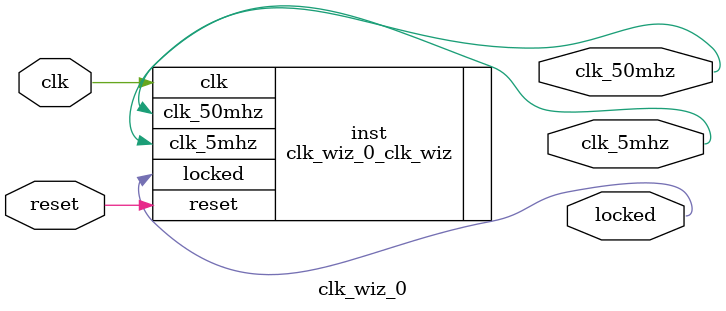
<source format=v>


`timescale 1ps/1ps

(* CORE_GENERATION_INFO = "clk_wiz_0,clk_wiz_v6_0_1_0_0,{component_name=clk_wiz_0,use_phase_alignment=true,use_min_o_jitter=false,use_max_i_jitter=false,use_dyn_phase_shift=false,use_inclk_switchover=false,use_dyn_reconfig=false,enable_axi=0,feedback_source=FDBK_AUTO,PRIMITIVE=MMCM,num_out_clk=2,clkin1_period=10.000,clkin2_period=10.000,use_power_down=false,use_reset=true,use_locked=true,use_inclk_stopped=false,feedback_type=SINGLE,CLOCK_MGR_TYPE=NA,manual_override=false}" *)

module clk_wiz_0 
 (
  // Clock out ports
  output        clk_5mhz,
  output        clk_50mhz,
  // Status and control signals
  input         reset,
  output        locked,
 // Clock in ports
  input         clk
 );

  clk_wiz_0_clk_wiz inst
  (
  // Clock out ports  
  .clk_5mhz(clk_5mhz),
  .clk_50mhz(clk_50mhz),
  // Status and control signals               
  .reset(reset), 
  .locked(locked),
 // Clock in ports
  .clk(clk)
  );

endmodule

</source>
